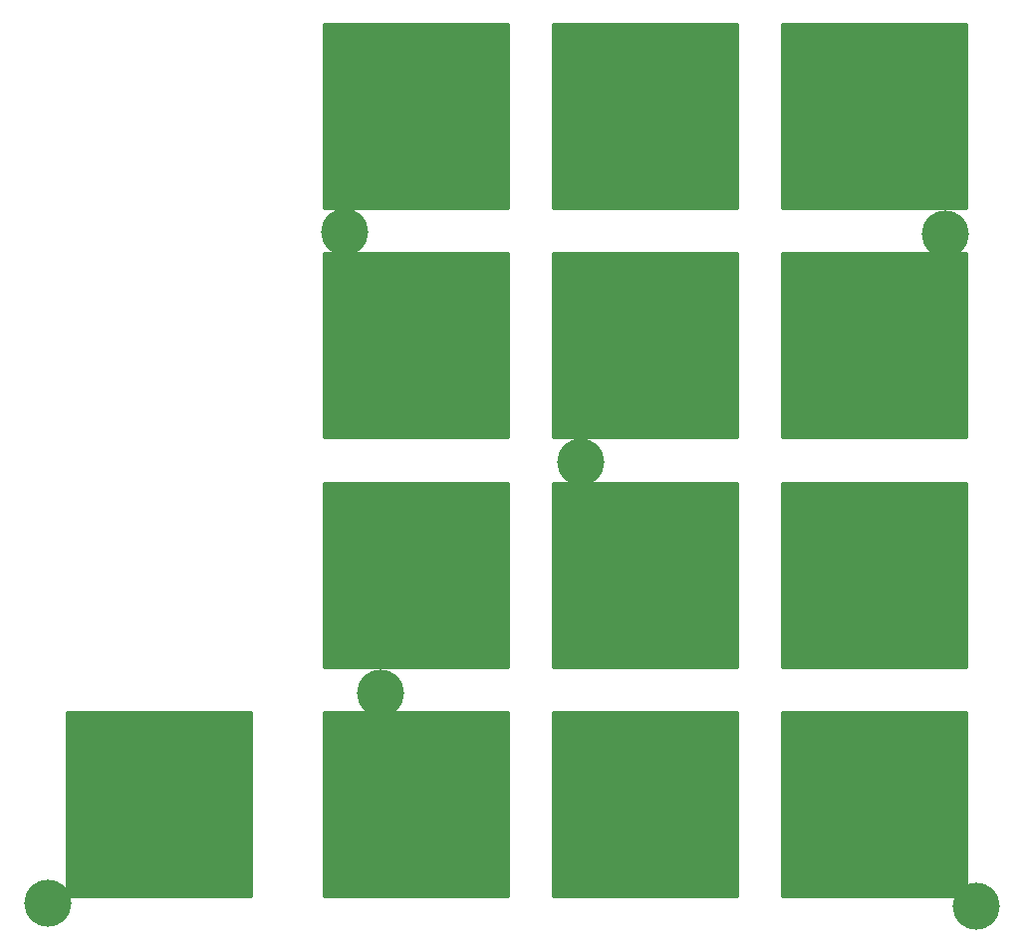
<source format=gbr>
%TF.GenerationSoftware,KiCad,Pcbnew,7.0.5*%
%TF.CreationDate,2023-09-25T19:53:08-07:00*%
%TF.ProjectId,plate,706c6174-652e-46b6-9963-61645f706362,rev?*%
%TF.SameCoordinates,Original*%
%TF.FileFunction,Soldermask,Top*%
%TF.FilePolarity,Negative*%
%FSLAX46Y46*%
G04 Gerber Fmt 4.6, Leading zero omitted, Abs format (unit mm)*
G04 Created by KiCad (PCBNEW 7.0.5) date 2023-09-25 19:53:08*
%MOMM*%
%LPD*%
G01*
G04 APERTURE LIST*
G04 Aperture macros list*
%AMRoundRect*
0 Rectangle with rounded corners*
0 $1 Rounding radius*
0 $2 $3 $4 $5 $6 $7 $8 $9 X,Y pos of 4 corners*
0 Add a 4 corners polygon primitive as box body*
4,1,4,$2,$3,$4,$5,$6,$7,$8,$9,$2,$3,0*
0 Add four circle primitives for the rounded corners*
1,1,$1+$1,$2,$3*
1,1,$1+$1,$4,$5*
1,1,$1+$1,$6,$7*
1,1,$1+$1,$8,$9*
0 Add four rect primitives between the rounded corners*
20,1,$1+$1,$2,$3,$4,$5,0*
20,1,$1+$1,$4,$5,$6,$7,0*
20,1,$1+$1,$6,$7,$8,$9,0*
20,1,$1+$1,$8,$9,$2,$3,0*%
G04 Aperture macros list end*
%ADD10C,4.000000*%
%ADD11RoundRect,0.300000X-7.700000X-7.700000X7.700000X-7.700000X7.700000X7.700000X-7.700000X7.700000X0*%
G04 APERTURE END LIST*
D10*
%TO.C,H1*%
X133000000Y-77400000D03*
%TD*%
D11*
%TO.C,REF\u002A\u002A*%
X117250000Y-126100000D03*
%TD*%
D10*
%TO.C,H4*%
X136100000Y-116600000D03*
%TD*%
D11*
%TO.C,REF\u002A\u002A*%
X139100000Y-106600000D03*
%TD*%
%TO.C,REF\u002A\u002A*%
X158600000Y-67600000D03*
%TD*%
%TO.C,REF\u002A\u002A*%
X158600000Y-87100000D03*
%TD*%
%TO.C,REF\u002A\u002A*%
X178100000Y-106600000D03*
%TD*%
%TO.C,REF\u002A\u002A*%
X178100000Y-67600000D03*
%TD*%
%TO.C,REF\u002A\u002A*%
X178100000Y-87100000D03*
%TD*%
%TO.C,REF\u002A\u002A*%
X139100000Y-126100000D03*
%TD*%
D10*
%TO.C,H2*%
X184100000Y-77600000D03*
%TD*%
D11*
%TO.C,REF\u002A\u002A*%
X178100000Y-126100000D03*
%TD*%
%TO.C,REF\u002A\u002A*%
X158600000Y-106600000D03*
%TD*%
%TO.C,REF\u002A\u002A*%
X158600000Y-126100000D03*
%TD*%
D10*
%TO.C,H6*%
X186700000Y-134700000D03*
%TD*%
%TO.C,H5*%
X107800000Y-134500000D03*
%TD*%
D11*
%TO.C,REF\u002A\u002A*%
X139100000Y-87100000D03*
%TD*%
%TO.C,REF\u002A\u002A*%
X139100000Y-67600000D03*
%TD*%
D10*
%TO.C,H3*%
X153100000Y-97000000D03*
%TD*%
M02*

</source>
